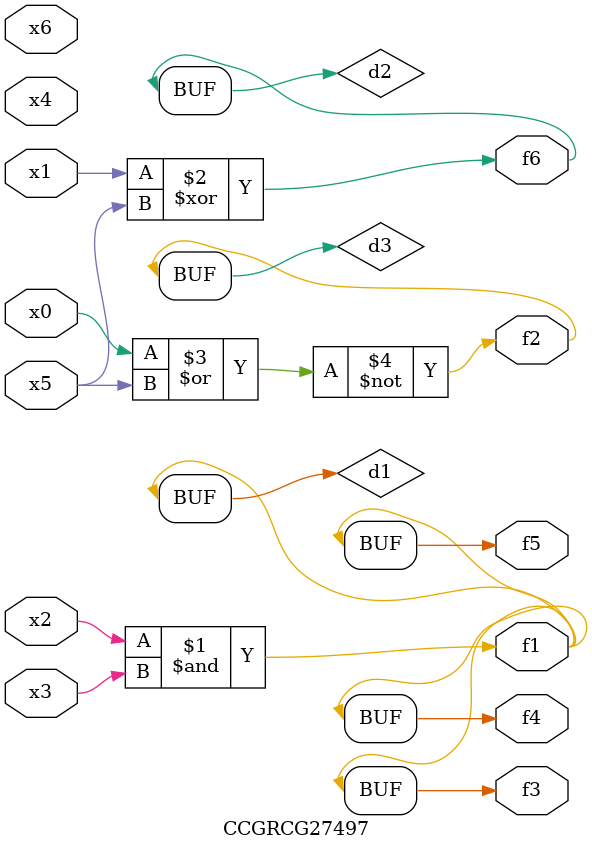
<source format=v>
module CCGRCG27497(
	input x0, x1, x2, x3, x4, x5, x6,
	output f1, f2, f3, f4, f5, f6
);

	wire d1, d2, d3;

	and (d1, x2, x3);
	xor (d2, x1, x5);
	nor (d3, x0, x5);
	assign f1 = d1;
	assign f2 = d3;
	assign f3 = d1;
	assign f4 = d1;
	assign f5 = d1;
	assign f6 = d2;
endmodule

</source>
